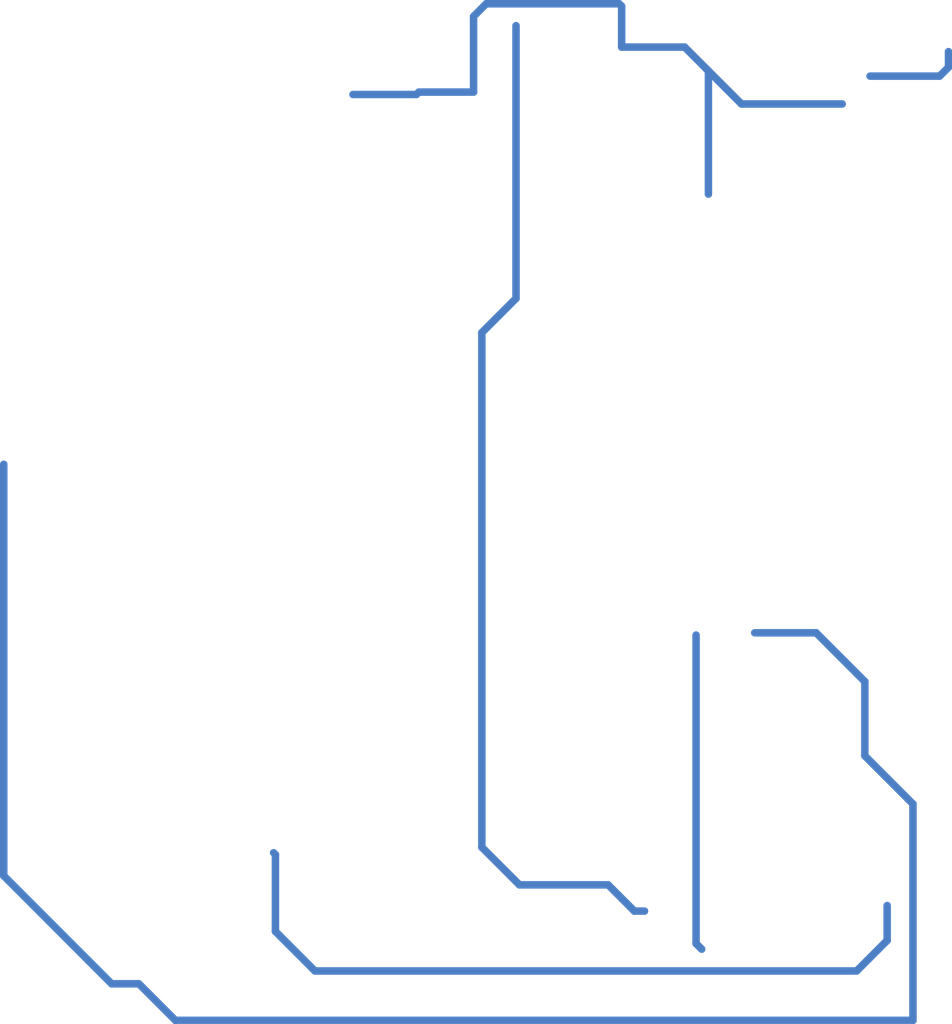
<source format=kicad_pcb>
(kicad_pcb (version 20221018) (generator pcbnew)

  (general
    (thickness 1.6)
  )

  (paper "A4")
  (layers
    (0 "F.Cu" signal)
    (31 "B.Cu" signal)
    (32 "B.Adhes" user "B.Adhesive")
    (33 "F.Adhes" user "F.Adhesive")
    (34 "B.Paste" user)
    (35 "F.Paste" user)
    (36 "B.SilkS" user "B.Silkscreen")
    (37 "F.SilkS" user "F.Silkscreen")
    (38 "B.Mask" user)
    (39 "F.Mask" user)
    (40 "Dwgs.User" user "User.Drawings")
    (41 "Cmts.User" user "User.Comments")
    (42 "Eco1.User" user "User.Eco1")
    (43 "Eco2.User" user "User.Eco2")
    (44 "Edge.Cuts" user)
    (45 "Margin" user)
    (46 "B.CrtYd" user "B.Courtyard")
    (47 "F.CrtYd" user "F.Courtyard")
    (48 "B.Fab" user)
    (49 "F.Fab" user)
    (50 "User.1" user)
    (51 "User.2" user)
    (52 "User.3" user)
    (53 "User.4" user)
    (54 "User.5" user)
    (55 "User.6" user)
    (56 "User.7" user)
    (57 "User.8" user)
    (58 "User.9" user)
  )

  (setup
    (pad_to_mask_clearance 0)
    (pcbplotparams
      (layerselection 0x00010fc_ffffffff)
      (plot_on_all_layers_selection 0x0000000_00000000)
      (disableapertmacros false)
      (usegerberextensions false)
      (usegerberattributes true)
      (usegerberadvancedattributes true)
      (creategerberjobfile true)
      (dashed_line_dash_ratio 12.000000)
      (dashed_line_gap_ratio 3.000000)
      (svgprecision 4)
      (plotframeref false)
      (viasonmask false)
      (mode 1)
      (useauxorigin false)
      (hpglpennumber 1)
      (hpglpenspeed 20)
      (hpglpendiameter 15.000000)
      (dxfpolygonmode true)
      (dxfimperialunits true)
      (dxfusepcbnewfont true)
      (psnegative false)
      (psa4output false)
      (plotreference true)
      (plotvalue true)
      (plotinvisibletext false)
      (sketchpadsonfab false)
      (subtractmaskfromsilk false)
      (outputformat 1)
      (mirror false)
      (drillshape 1)
      (scaleselection 1)
      (outputdirectory "")
    )
  )

  (net 0 "")
  (net 1 "GND")
  (net 2 "+3.3V")
  (net 3 "/IO0")
  (net 4 "G")

  (segment (start 59.53 65.3) (end 23.5 65.3) (width 0.5) (layer "B.Cu") (net 1) (tstamp 04cf368f-ae57-4682-95eb-d64ce695a905))
  (segment (start 49.67 5.48) (end 49.54 5.35) (width 0.5) (layer "B.Cu") (net 1) (tstamp 105fdb84-8a0f-47b9-a93b-38d2fda5e632))
  (segment (start 65.64 5.24) (end 65.64 4.2) (width 0.5) (layer "B.Cu") (net 1) (tstamp 122d7596-2288-4c65-9d31-fe22437ed4c2))
  (segment (start 43.9 3.9) (end 48.09 3.9) (width 0.5) (layer "B.Cu") (net 1) (tstamp 18ffc5cd-bdec-4893-8814-fa2bd056845c))
  (segment (start 49.54 5.35) (end 51.87 7.68) (width 0.5) (layer "B.Cu") (net 1) (tstamp 24db8b94-617e-435e-98bc-05d728c55111))
  (segment (start 65.05 5.83) (end 65.64 5.24) (width 0.5) (layer "B.Cu") (net 1) (tstamp 3196d6dd-7be2-4797-82e5-feef97de524e))
  (segment (start 34.05 6.89) (end 34.05 1.86) (width 0.5) (layer "B.Cu") (net 1) (tstamp 35bd1a04-3e7b-4457-a514-c92c765e5afa))
  (segment (start 43.9 1.19) (end 43.9 3.9) (width 0.5) (layer "B.Cu") (net 1) (tstamp 374551fa-5bf4-4a1f-a888-5db62f112552))
  (segment (start 61.56 63.27) (end 59.53 65.3) (width 0.5) (layer "B.Cu") (net 1) (tstamp 4710474a-e9f7-4ec3-a736-9f5a758bda66))
  (segment (start 49.67 13.67) (end 49.67 5.48) (width 0.5) (layer "B.Cu") (net 1) (tstamp 548f2f70-ffd3-4448-a77a-f01488682e29))
  (segment (start 30.24939 7.05) (end 30.40939 6.89) (width 0.5) (layer "B.Cu") (net 1) (tstamp 5ad5fe58-d51e-4762-81b4-541e3e8051de))
  (segment (start 34.05 1.86) (end 34.89 1.02) (width 0.5) (layer "B.Cu") (net 1) (tstamp 6b3ea2c9-5ef7-486e-a2b2-67370d925d10))
  (segment (start 61.56 60.95) (end 61.56 63.27) (width 0.5) (layer "B.Cu") (net 1) (tstamp 845161a7-f017-40f3-a3dd-9eb94c455997))
  (segment (start 26.03 7.05) (end 30.24939 7.05) (width 0.5) (layer "B.Cu") (net 1) (tstamp 8b99e7e8-9283-48e5-abd2-ba989243cd33))
  (segment (start 43.73 1.02) (end 43.9 1.19) (width 0.5) (layer "B.Cu") (net 1) (tstamp 908395e1-dd63-4d54-9bb5-3785adce0c55))
  (segment (start 30.40939 6.89) (end 34.05 6.89) (width 0.5) (layer "B.Cu") (net 1) (tstamp 97193202-3b73-478b-8191-a121dc9d3bc0))
  (segment (start 48.09 3.9) (end 49.54 5.35) (width 0.5) (layer "B.Cu") (net 1) (tstamp b511b91b-c759-4090-9905-5a4569c70177))
  (segment (start 20.87 57.56) (end 20.75 57.44) (width 0.5) (layer "B.Cu") (net 1) (tstamp da216715-9f34-47f9-a203-d6b7e1354a39))
  (segment (start 60.42 5.83) (end 65.05 5.83) (width 0.5) (layer "B.Cu") (net 1) (tstamp db9cac96-6a3a-46fd-b952-bee3267153db))
  (segment (start 23.5 65.3) (end 20.87 62.67) (width 0.5) (layer "B.Cu") (net 1) (tstamp dcfec3c4-c282-4d69-99e9-953307a238e9))
  (segment (start 34.89 1.02) (end 43.73 1.02) (width 0.5) (layer "B.Cu") (net 1) (tstamp e345916a-b807-4aa0-9bb6-b983561d83ae))
  (segment (start 20.87 62.67) (end 20.87 57.56) (width 0.5) (layer "B.Cu") (net 1) (tstamp f2d3027a-60ee-4f15-9335-8424a40c3f0f))
  (segment (start 51.87 7.68) (end 58.57 7.68) (width 0.5) (layer "B.Cu") (net 1) (tstamp fe48c314-e6df-42f9-8913-d8d6dc1c2a07))
  (segment (start 37.1 59.575) (end 34.6 57.075) (width 0.5) (layer "B.Cu") (net 2) (tstamp 21fa35fc-96f7-4237-a9c1-fdc6da8df2c1))
  (segment (start 43 59.575) (end 37.1 59.575) (width 0.5) (layer "B.Cu") (net 2) (tstamp 22351682-e76a-48f0-8c5a-2ad419923315))
  (segment (start 45.42 61.32) (end 44.745 61.32) (width 0.5) (layer "B.Cu") (net 2) (tstamp 4424d1d4-23ef-470e-b2d3-1f8bcf47820c))
  (segment (start 44.745 61.32) (end 43 59.575) (width 0.5) (layer "B.Cu") (net 2) (tstamp 90ba8716-32c0-4232-a11d-793bd04fce2a))
  (segment (start 34.6 57.075) (end 34.6 22.875) (width 0.5) (layer "B.Cu") (net 2) (tstamp a31f5cde-e394-4fe4-90a4-bcfa762885c8))
  (segment (start 36.875 2.475) (end 36.875 20.6) (width 0.5) (layer "B.Cu") (net 2) (tstamp b9cad5d8-cd5d-4cf7-9399-eb2e4062fa54))
  (segment (start 34.6 22.875) (end 36.875 20.6) (width 0.5) (layer "B.Cu") (net 2) (tstamp e5bd0522-a212-4f8c-8d56-8444cc86c397))
  (segment (start 48.85 42.975) (end 48.85 63.475) (width 0.5) (layer "B.Cu") (net 3) (tstamp 096f4848-1d67-4e93-8fee-3d59748b9c71))
  (segment (start 48.85 63.475) (end 49.225 63.85) (width 0.5) (layer "B.Cu") (net 3) (tstamp 4e548a10-e270-41cd-82a6-2384e79fd49f))
  (segment (start 56.835 42.825) (end 52.75 42.825) (width 0.5) (layer "B.Cu") (net 4) (tstamp 07949075-468f-45c6-b32f-46566a47e084))
  (segment (start 9.975 66.15) (end 11.785 66.15) (width 0.5) (layer "B.Cu") (net 4) (tstamp 13438531-fd33-4279-ab3b-bd7e7f5b3715))
  (segment (start 63.275 54.2) (end 60.075 51) (width 0.5) (layer "B.Cu") (net 4) (tstamp 332512c7-3dbd-4e34-b809-5be3c605725b))
  (segment (start 63.275 68.58) (end 63.275 54.2) (width 0.5) (layer "B.Cu") (net 4) (tstamp 47b058c9-51d6-4843-843b-089f7a0b3c1d))
  (segment (start 60.075 46.065) (end 56.835 42.825) (width 0.5) (layer "B.Cu") (net 4) (tstamp 79ff33c0-b8fe-427b-b376-61caa6e68f37))
  (segment (start 2.8 31.625) (end 2.8 58.975) (width 0.5) (layer "B.Cu") (net 4) (tstamp 90bf73a4-c94e-407a-9926-458f7b8f6e1b))
  (segment (start 60.075 51) (end 60.075 46.065) (width 0.5) (layer "B.Cu") (net 4) (tstamp a37e2b87-9e13-4c37-817b-1633fe0b1a1c))
  (segment (start 14.215 68.58) (end 63.275 68.58) (width 0.5) (layer "B.Cu") (net 4) (tstamp c387e8b2-092a-4f58-b0b6-28e5f52cdef4))
  (segment (start 11.785 66.15) (end 14.215 68.58) (width 0.5) (layer "B.Cu") (net 4) (tstamp dbca52f7-29d7-4dd1-a4d1-84d6807290cc))
  (segment (start 2.8 58.975) (end 9.975 66.15) (width 0.5) (layer "B.Cu") (net 4) (tstamp dea62fe2-867d-4d57-94cf-f694871e7353))

)

</source>
